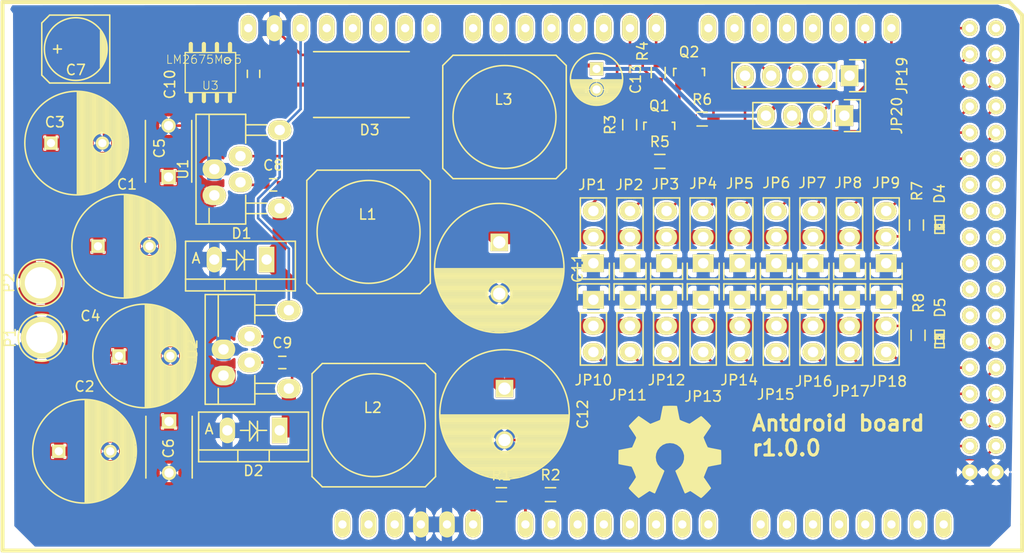
<source format=kicad_pcb>
(kicad_pcb (version 4) (host pcbnew "(2015-07-04 BZR 5884)-product")
  (layers (0 F.Cu mixed) (31 B.Cu power) (34 B.Paste user) (35 F.Paste user) (36 B.SilkS user) (37 F.SilkS user) (38 B.Mask user) (39 F.Mask user) (44 Edge.Cuts user))
  (net 0 "")
  (net 1 VCC)
  (net 2 GND)
  (net 3 "Net-(C8-Pad1)")
  (net 4 "Net-(C8-Pad2)")
  (net 5 "Net-(C9-Pad1)")
  (net 6 "Net-(C9-Pad2)")
  (net 7 "Net-(C10-Pad1)")
  (net 8 "Net-(C10-Pad2)")
  (net 9 +5VA)
  (net 10 +5VD)
  (net 11 +5V)
  (net 12 "Net-(D4-Pad2)")
  (net 13 "Net-(D5-Pad2)")
  (net 14 /LFC)
  (net 15 /LFF)
  (net 16 /LFT)
  (net 17 /LMC)
  (net 18 /LMF)
  (net 19 /LMT)
  (net 20 /LRC)
  (net 21 /LRF)
  (net 22 /LRT)
  (net 23 /RFC)
  (net 24 /RFF)
  (net 25 /RFT)
  (net 26 /RMC)
  (net 27 /RMF)
  (net 28 /RMT)
  (net 29 /RRC)
  (net 30 /RRF)
  (net 31 /RRT)
  (net 32 /RPI_RX)
  (net 33 /RPI_TX)
  (net 34 +3V3)
  (net 35 /TX0)
  (net 36 /RX0)
  (net 37 "Net-(R1-Pad2)")
  (net 38 +5VP)
  (net 39 "Net-(SHIELD1-Pad14)")
  (net 40 "Net-(SHIELD1-Pad15)")
  (net 41 "Net-(SHIELD1-Pad16)")
  (net 42 "Net-(SHIELD1-Pad17)")
  (net 43 "Net-(SHIELD1-Pad18)")
  (net 44 "Net-(SHIELD1-Pad19)")
  (net 45 "Net-(SHIELD1-PadAD15)")
  (net 46 "Net-(SHIELD1-PadAD14)")
  (net 47 "Net-(SHIELD1-PadAD13)")
  (net 48 "Net-(SHIELD1-PadAD12)")
  (net 49 "Net-(SHIELD1-PadAD7)")
  (net 50 "Net-(SHIELD1-PadAD6)")
  (net 51 "Net-(SHIELD1-PadAD9)")
  (net 52 "Net-(SHIELD1-PadAD10)")
  (net 53 "Net-(SHIELD1-PadAD11)")
  (net 54 "Net-(SHIELD1-PadAD5)")
  (net 55 "Net-(SHIELD1-PadAD4)")
  (net 56 "Net-(SHIELD1-PadAD3)")
  (net 57 "Net-(SHIELD1-PadAD1)")
  (net 58 "Net-(SHIELD1-PadAD2)")
  (net 59 "Net-(SHIELD1-Pad3V3)")
  (net 60 "Net-(SHIELD1-PadRST)")
  (net 61 "Net-(SHIELD1-Pad2)")
  (net 62 "Net-(SHIELD1-Pad3)")
  (net 63 "Net-(SHIELD1-Pad4)")
  (net 64 "Net-(SHIELD1-Pad5)")
  (net 65 "Net-(SHIELD1-Pad6)")
  (net 66 "Net-(SHIELD1-Pad7)")
  (net 67 "Net-(SHIELD1-Pad8)")
  (net 68 "Net-(SHIELD1-Pad9)")
  (net 69 "Net-(SHIELD1-Pad10)")
  (net 70 "Net-(SHIELD1-Pad11)")
  (net 71 "Net-(SHIELD1-Pad12)")
  (net 72 "Net-(SHIELD1-PadAREF)")
  (net 73 "Net-(SHIELD1-Pad5V_5)")
  (net 74 "Net-(SHIELD1-Pad31)")
  (net 75 "Net-(SHIELD1-Pad32)")
  (net 76 /SERVO_ON)
  (net 77 "Net-(SHIELD1-Pad34)")
  (net 78 "Net-(U3-Pad5)")
  (net 79 "Net-(SHIELD1-PadAD8)")
  (net 80 "Net-(SHIELD1-Pad5V)")
  (net 81 "Net-(JP20-Pad2)")
  (net 82 "Net-(JP20-Pad3)")
  (net 83 "Net-(SHIELD1-Pad35)")
  (net 84 "Net-(SHIELD1-Pad36)")
  (net 85 "Net-(SHIELD1-Pad37)")
  (net 86 "Net-(SHIELD1-Pad38)")
  (net 87 "Net-(SHIELD1-Pad39)")
  (net 88 "Net-(SHIELD1-Pad40)")
  (net 89 "Net-(SHIELD1-Pad41)")
  (net 90 "Net-(SHIELD1-Pad42)")
  (net 91 "Net-(SHIELD1-Pad43)")
  (net 92 "Net-(SHIELD1-Pad44)")
  (net 93 "Net-(SHIELD1-Pad33)")
  (module Power_Integrations:TO-220-7C (layer F.Cu) (at 121.285 89.408 90)
    (fp_text reference U1 (at 0 -4.318 90) (layer F.SilkS))
    (fp_text value LM2678T-5.0)
    (pad 4 thru_hole oval (at 0 -1.27 90) (size 1.905 2.286) (drill 1.016) (layers *.Cu *.Mask F.SilkS) (net 2 GND))
    (pad 2 thru_hole oval (at -2.54 -1.27 90) (size 1.905 2.286) (drill 1.016) (layers *.Cu *.Mask F.SilkS) (net 1 VCC))
    (pad 3 thru_hole oval (at -1.27 1.27 90) (size 1.905 2.286) (drill 1.016) (layers *.Cu *.Mask F.SilkS) (net 3 "Net-(C8-Pad1)"))
    (pad 6 thru_hole oval (at 1.27 1.27 90) (size 1.905 2.286) (drill 1.016) (layers *.Cu *.Mask F.SilkS) (net 9 +5VA))
    (pad 7 thru_hole oval (at 3.81 5.08 90) (size 1.905 2.286) (drill 1.016) (layers *.Cu *.Mask F.SilkS) (net 76 /SERVO_ON))
    (pad 1 thru_hole oval (at -3.81 5.08 90) (size 1.905 2.286) (drill 1.016) (layers *.Cu *.Mask F.SilkS) (net 4 "Net-(C8-Pad2)"))
  )
  (module Capacitors_ThroughHole:C_Radial_D10_L13_P5 (layer F.Cu) (at 108.712 96.901)
    (fp_text reference C1 (at 2.8194 -6.0198) (layer F.SilkS))
    (fp_text value 2x470µF/25V)
    (pad 1 thru_hole rect (at 0 0) (size 1.3 1.3) (drill 0.8) (layers *.Cu *.Mask F.SilkS) (net 1 VCC))
    (pad 2 thru_hole circle (at 5 0) (size 1.3 1.3) (drill 0.8) (layers *.Cu *.Mask F.SilkS) (net 2 GND))
  )
  (module Capacitors_ThroughHole:C_Radial_D10_L13_P5 (layer F.Cu) (at 104.902 116.84)
    (fp_text reference C2 (at 2.5 -6.3) (layer F.SilkS))
    (fp_text value 2x470µF/25V)
    (pad 1 thru_hole rect (at 0 0) (size 1.3 1.3) (drill 0.8) (layers *.Cu *.Mask F.SilkS) (net 1 VCC))
    (pad 2 thru_hole circle (at 5 0) (size 1.3 1.3) (drill 0.8) (layers *.Cu *.Mask F.SilkS) (net 2 GND))
  )
  (module Capacitors_ThroughHole:C_Radial_D10_L13_P5 (layer F.Cu) (at 104.14 86.868)
    (fp_text reference C3 (at 0.381 -2.032) (layer F.SilkS))
    (fp_text value 470µF/25V)
    (pad 1 thru_hole rect (at 0 0) (size 1.3 1.3) (drill 0.8) (layers *.Cu *.Mask F.SilkS) (net 1 VCC))
    (pad 2 thru_hole circle (at 5 0) (size 1.3 1.3) (drill 0.8) (layers *.Cu *.Mask F.SilkS) (net 2 GND))
  )
  (module Capacitors_ThroughHole:C_Radial_D10_L13_P5 (layer F.Cu) (at 110.744 107.569)
    (fp_text reference C4 (at -2.7686 -3.8862) (layer F.SilkS))
    (fp_text value 470µF/25V)
    (pad 1 thru_hole rect (at 0 0) (size 1.3 1.3) (drill 0.8) (layers *.Cu *.Mask F.SilkS) (net 1 VCC))
    (pad 2 thru_hole circle (at 5 0) (size 1.3 1.3) (drill 0.8) (layers *.Cu *.Mask F.SilkS) (net 2 GND))
  )
  (module Capacitors_ThroughHole:C_Disc_D6_P5 (layer F.Cu) (at 115.57 90.17 90)
    (fp_text reference C5 (at 2.794 -0.889 90) (layer F.SilkS))
    (fp_text value 0.47µF)
    (pad 1 thru_hole rect (at 0 0 90) (size 1.4 1.4) (drill 0.9) (layers *.Cu *.Mask F.SilkS) (net 1 VCC))
    (pad 2 thru_hole circle (at 5 0 90) (size 1.4 1.4) (drill 0.9) (layers *.Cu *.Mask F.SilkS) (net 2 GND))
  )
  (module Capacitors_ThroughHole:C_Disc_D6_P5 (layer F.Cu) (at 115.61572 113.93932 270)
    (fp_text reference C6 (at 2.6162 0.0508 270) (layer F.SilkS))
    (fp_text value 0.47µF)
    (pad 1 thru_hole rect (at 0 0 270) (size 1.4 1.4) (drill 0.9) (layers *.Cu *.Mask F.SilkS) (net 1 VCC))
    (pad 2 thru_hole circle (at 5 0 270) (size 1.4 1.4) (drill 0.9) (layers *.Cu *.Mask F.SilkS) (net 2 GND))
  )
  (module Capacitors_SMD:c_elec_6.3x7.7 (layer F.Cu) (at 106.553 77.724 180)
    (fp_text reference C7 (at 0 -2.032 180) (layer F.SilkS))
    (fp_text value 100µF/25V)
    (pad 1 smd rect (at 2.75082 0 180) (size 3.59918 1.6002) (layers F.Cu F.Paste F.Mask) (net 1 VCC))
    (pad 2 smd rect (at -2.75082 0 180) (size 3.59918 1.6002) (layers F.Cu F.Paste F.Mask) (net 2 GND))
  )
  (module Capacitors_SMD:C_0603_HandSoldering (layer F.Cu) (at 125.73 90.932)
    (fp_text reference C8 (at 0 -1.9) (layer F.SilkS))
    (fp_text value 0,01µF)
    (pad 1 smd rect (at -0.95 0) (size 1.2 0.75) (layers F.Cu F.Paste F.Mask) (net 3 "Net-(C8-Pad1)"))
    (pad 2 smd rect (at 0.95 0) (size 1.2 0.75) (layers F.Cu F.Paste F.Mask) (net 4 "Net-(C8-Pad2)"))
  )
  (module Capacitors_SMD:C_0603_HandSoldering (layer F.Cu) (at 126.619 108.204)
    (fp_text reference C9 (at 0 -1.9) (layer F.SilkS))
    (fp_text value 0,01µF)
    (pad 1 smd rect (at -0.95 0) (size 1.2 0.75) (layers F.Cu F.Paste F.Mask) (net 5 "Net-(C9-Pad1)"))
    (pad 2 smd rect (at 0.95 0) (size 1.2 0.75) (layers F.Cu F.Paste F.Mask) (net 6 "Net-(C9-Pad2)"))
  )
  (module Capacitors_SMD:C_0603_HandSoldering (layer F.Cu) (at 123.825 80.137 90)
    (fp_text reference C10 (at -1.016 -8.128 90) (layer F.SilkS))
    (fp_text value 10nF)
    (pad 1 smd rect (at -0.95 0 90) (size 1.2 0.75) (layers F.Cu F.Paste F.Mask) (net 7 "Net-(C10-Pad1)"))
    (pad 2 smd rect (at 0.95 0 90) (size 1.2 0.75) (layers F.Cu F.Paste F.Mask) (net 8 "Net-(C10-Pad2)"))
  )
  (module Capacitors_ThroughHole:C_Radial_D12.5_L25_P5 (layer F.Cu) (at 147.701 96.52 270)
    (fp_text reference C11 (at 2.5 -7.6 270) (layer F.SilkS))
    (fp_text value 1000µF/50V)
    (pad 2 thru_hole circle (at 5 0 270) (size 1.7 1.7) (drill 1.2) (layers *.Cu *.Mask F.SilkS) (net 2 GND))
    (pad 1 thru_hole rect (at 0 0 270) (size 1.7 1.7) (drill 1.2) (layers *.Cu *.Mask F.SilkS) (net 9 +5VA))
  )
  (module Capacitors_ThroughHole:C_Radial_D12.5_L25_P5 (layer F.Cu) (at 148.209 110.744 270)
    (fp_text reference C12 (at 2.5 -7.6 270) (layer F.SilkS))
    (fp_text value 1000µF/50V)
    (pad 2 thru_hole circle (at 5 0 270) (size 1.7 1.7) (drill 1.2) (layers *.Cu *.Mask F.SilkS) (net 2 GND))
    (pad 1 thru_hole rect (at 0 0 270) (size 1.7 1.7) (drill 1.2) (layers *.Cu *.Mask F.SilkS) (net 10 +5VD))
  )
  (module Capacitors_ThroughHole:C_Radial_D5_L11_P2 (layer F.Cu) (at 157.1498 79.6544 270)
    (fp_text reference C13 (at 1 -3.8 270) (layer F.SilkS))
    (fp_text value 100µF/16V)
    (pad 1 thru_hole rect (at 0 0 270) (size 1.3 1.3) (drill 0.8) (layers *.Cu *.Mask F.SilkS) (net 11 +5V))
    (pad 2 thru_hole circle (at 2 0 270) (size 1.3 1.3) (drill 0.8) (layers *.Cu *.Mask F.SilkS) (net 2 GND))
  )
  (module Diodes_ThroughHole:Diode_TO-220_Vertical (layer F.Cu) (at 125.095 98.1964 180)
    (fp_text reference D1 (at 2.4384 2.54 180) (layer F.SilkS))
    (fp_text value MBR745G)
    (fp_text user A (at 6.858 0.127 180) (layer F.SilkS))
    (pad 1 thru_hole rect (at 0 0 270) (size 2.49936 1.50114) (drill 1.00076) (layers *.Cu *.Mask F.SilkS) (net 4 "Net-(C8-Pad2)"))
    (pad 2 thru_hole oval (at 5.08 0 270) (size 2.49936 1.50114) (drill 1.00076) (layers *.Cu *.Mask F.SilkS) (net 2 GND))
  )
  (module Diodes_ThroughHole:Diode_TO-220_Vertical (layer F.Cu) (at 126.365 114.808 180)
    (fp_text reference D2 (at 2.54762 -3.92938 180) (layer F.SilkS))
    (fp_text value MBR745G)
    (fp_text user A (at 6.858 0.127 180) (layer F.SilkS))
    (pad 1 thru_hole rect (at 0 0 270) (size 2.49936 1.50114) (drill 1.00076) (layers *.Cu *.Mask F.SilkS) (net 6 "Net-(C9-Pad2)"))
    (pad 2 thru_hole oval (at 5.08 0 270) (size 2.49936 1.50114) (drill 1.00076) (layers *.Cu *.Mask F.SilkS) (net 2 GND))
  )
  (module Diodes_SMD:Diode-DO-214AB_Handsoldering (layer F.Cu) (at 135.4582 81.1784)
    (fp_text reference D3 (at -0.3556 4.4196) (layer F.SilkS))
    (fp_text value MBRS340)
    (pad 2 smd rect (at 4.1 0) (size 3.6 3.2) (layers F.Cu F.Paste F.Mask) (net 2 GND))
    (pad 1 smd rect (at -4.1 0) (size 3.6 3.2) (layers F.Cu F.Paste F.Mask) (net 7 "Net-(C10-Pad1)"))
  )
  (module LEDs:LED-0603 (layer F.Cu) (at 190.4746 94.7928 90)
    (fp_text reference D4 (at 2.9972 0 90) (layer F.SilkS))
    (fp_text value LED)
    (pad 2 smd rect (at 0.7493 0 270) (size 0.79756 0.79756) (layers F.Cu F.Paste F.Mask) (net 12 "Net-(D4-Pad2)"))
    (pad 1 smd rect (at -0.7493 0 270) (size 0.79756 0.79756) (layers F.Cu F.Paste F.Mask) (net 2 GND))
  )
  (module LEDs:LED-0603 (layer F.Cu) (at 190.4746 105.918 270)
    (fp_text reference D5 (at -3.048 -0.0508 270) (layer F.SilkS))
    (fp_text value LED)
    (pad 2 smd rect (at 0.7493 0 90) (size 0.79756 0.79756) (layers F.Cu F.Paste F.Mask) (net 13 "Net-(D5-Pad2)"))
    (pad 1 smd rect (at -0.7493 0 90) (size 0.79756 0.79756) (layers F.Cu F.Paste F.Mask) (net 2 GND))
  )
  (module Pin_Headers:Pin_Header_Straight_1x03 (layer F.Cu) (at 156.845 98.552 180)
    (fp_text reference JP1 (at 0.127 7.62 180) (layer F.SilkS))
    (fp_text value PINHD-1X3_2.54)
    (pad 1 thru_hole rect (at 0 0 180) (size 2.032 1.7272) (drill 1.016) (layers *.Cu *.Mask F.SilkS) (net 2 GND))
    (pad 2 thru_hole oval (at 0 2.54 180) (size 2.032 1.7272) (drill 1.016) (layers *.Cu *.Mask F.SilkS) (net 9 +5VA))
    (pad 3 thru_hole oval (at 0 5.08 180) (size 2.032 1.7272) (drill 1.016) (layers *.Cu *.Mask F.SilkS) (net 14 /LFC))
  )
  (module Pin_Headers:Pin_Header_Straight_1x03 (layer F.Cu) (at 160.401 98.552 180)
    (fp_text reference JP2 (at 0.0635 7.62 180) (layer F.SilkS))
    (fp_text value PINHD-1X3_2.54)
    (pad 1 thru_hole rect (at 0 0 180) (size 2.032 1.7272) (drill 1.016) (layers *.Cu *.Mask F.SilkS) (net 2 GND))
    (pad 2 thru_hole oval (at 0 2.54 180) (size 2.032 1.7272) (drill 1.016) (layers *.Cu *.Mask F.SilkS) (net 9 +5VA))
    (pad 3 thru_hole oval (at 0 5.08 180) (size 2.032 1.7272) (drill 1.016) (layers *.Cu *.Mask F.SilkS) (net 15 /LFF))
  )
  (module Pin_Headers:Pin_Header_Straight_1x03 (layer F.Cu) (at 163.957 98.552 180)
    (fp_text reference JP3 (at 0.127 7.6835 180) (layer F.SilkS))
    (fp_text value PINHD-1X3_2.54)
    (pad 1 thru_hole rect (at 0 0 180) (size 2.032 1.7272) (drill 1.016) (layers *.Cu *.Mask F.SilkS) (net 2 GND))
    (pad 2 thru_hole oval (at 0 2.54 180) (size 2.032 1.7272) (drill 1.016) (layers *.Cu *.Mask F.SilkS) (net 9 +5VA))
    (pad 3 thru_hole oval (at 0 5.08 180) (size 2.032 1.7272) (drill 1.016) (layers *.Cu *.Mask F.SilkS) (net 16 /LFT))
  )
  (module Pin_Headers:Pin_Header_Straight_1x03 (layer F.Cu) (at 167.513 98.552 180)
    (fp_text reference JP4 (at 0 7.747 180) (layer F.SilkS))
    (fp_text value PINHD-1X3_2.54)
    (pad 1 thru_hole rect (at 0 0 180) (size 2.032 1.7272) (drill 1.016) (layers *.Cu *.Mask F.SilkS) (net 2 GND))
    (pad 2 thru_hole oval (at 0 2.54 180) (size 2.032 1.7272) (drill 1.016) (layers *.Cu *.Mask F.SilkS) (net 9 +5VA))
    (pad 3 thru_hole oval (at 0 5.08 180) (size 2.032 1.7272) (drill 1.016) (layers *.Cu *.Mask F.SilkS) (net 17 /LMC))
  )
  (module Pin_Headers:Pin_Header_Straight_1x03 (layer F.Cu) (at 171.069 98.552 180)
    (fp_text reference JP5 (at 0 7.747 180) (layer F.SilkS))
    (fp_text value PINHD-1X3_2.54)
    (pad 1 thru_hole rect (at 0 0 180) (size 2.032 1.7272) (drill 1.016) (layers *.Cu *.Mask F.SilkS) (net 2 GND))
    (pad 2 thru_hole oval (at 0 2.54 180) (size 2.032 1.7272) (drill 1.016) (layers *.Cu *.Mask F.SilkS) (net 9 +5VA))
    (pad 3 thru_hole oval (at 0 5.08 180) (size 2.032 1.7272) (drill 1.016) (layers *.Cu *.Mask F.SilkS) (net 18 /LMF))
  )
  (module Pin_Headers:Pin_Header_Straight_1x03 (layer F.Cu) (at 174.625 98.552 180)
    (fp_text reference JP6 (at 0 7.8105 180) (layer F.SilkS))
    (fp_text value PINHD-1X3_2.54)
    (pad 1 thru_hole rect (at 0 0 180) (size 2.032 1.7272) (drill 1.016) (layers *.Cu *.Mask F.SilkS) (net 2 GND))
    (pad 2 thru_hole oval (at 0 2.54 180) (size 2.032 1.7272) (drill 1.016) (layers *.Cu *.Mask F.SilkS) (net 9 +5VA))
    (pad 3 thru_hole oval (at 0 5.08 180) (size 2.032 1.7272) (drill 1.016) (layers *.Cu *.Mask F.SilkS) (net 19 /LMT))
  )
  (module Pin_Headers:Pin_Header_Straight_1x03 (layer F.Cu) (at 178.181 98.552 180)
    (fp_text reference JP7 (at 0.0635 7.8105 180) (layer F.SilkS))
    (fp_text value PINHD-1X3_2.54)
    (pad 1 thru_hole rect (at 0 0 180) (size 2.032 1.7272) (drill 1.016) (layers *.Cu *.Mask F.SilkS) (net 2 GND))
    (pad 2 thru_hole oval (at 0 2.54 180) (size 2.032 1.7272) (drill 1.016) (layers *.Cu *.Mask F.SilkS) (net 9 +5VA))
    (pad 3 thru_hole oval (at 0 5.08 180) (size 2.032 1.7272) (drill 1.016) (layers *.Cu *.Mask F.SilkS) (net 20 /LRC))
  )
  (module Pin_Headers:Pin_Header_Straight_1x03 (layer F.Cu) (at 181.737 98.552 180)
    (fp_text reference JP8 (at 0.127 7.8105 180) (layer F.SilkS))
    (fp_text value PINHD-1X3_2.54)
    (pad 1 thru_hole rect (at 0 0 180) (size 2.032 1.7272) (drill 1.016) (layers *.Cu *.Mask F.SilkS) (net 2 GND))
    (pad 2 thru_hole oval (at 0 2.54 180) (size 2.032 1.7272) (drill 1.016) (layers *.Cu *.Mask F.SilkS) (net 9 +5VA))
    (pad 3 thru_hole oval (at 0 5.08 180) (size 2.032 1.7272) (drill 1.016) (layers *.Cu *.Mask F.SilkS) (net 21 /LRF))
  )
  (module Pin_Headers:Pin_Header_Straight_1x03 (layer F.Cu) (at 185.293 98.552 180)
    (fp_text reference JP9 (at 0 7.8105 180) (layer F.SilkS))
    (fp_text value PINHD-1X3_2.54)
    (pad 1 thru_hole rect (at 0 0 180) (size 2.032 1.7272) (drill 1.016) (layers *.Cu *.Mask F.SilkS) (net 2 GND))
    (pad 2 thru_hole oval (at 0 2.54 180) (size 2.032 1.7272) (drill 1.016) (layers *.Cu *.Mask F.SilkS) (net 9 +5VA))
    (pad 3 thru_hole oval (at 0 5.08 180) (size 2.032 1.7272) (drill 1.016) (layers *.Cu *.Mask F.SilkS) (net 22 /LRT))
  )
  (module Pin_Headers:Pin_Header_Straight_1x03 (layer F.Cu) (at 167.513 102.108)
    (fp_text reference JP13 (at 0 9.398) (layer F.SilkS))
    (fp_text value PINHD-1X3_2.54)
    (pad 1 thru_hole rect (at 0 0) (size 2.032 1.7272) (drill 1.016) (layers *.Cu *.Mask F.SilkS) (net 2 GND))
    (pad 2 thru_hole oval (at 0 2.54) (size 2.032 1.7272) (drill 1.016) (layers *.Cu *.Mask F.SilkS) (net 10 +5VD))
    (pad 3 thru_hole oval (at 0 5.08) (size 2.032 1.7272) (drill 1.016) (layers *.Cu *.Mask F.SilkS) (net 26 /RMC))
  )
  (module Pin_Headers:Pin_Header_Straight_1x03 (layer F.Cu) (at 171.069 102.108)
    (fp_text reference JP14 (at -0.0635 7.8105) (layer F.SilkS))
    (fp_text value PINHD-1X3_2.54)
    (pad 1 thru_hole rect (at 0 0) (size 2.032 1.7272) (drill 1.016) (layers *.Cu *.Mask F.SilkS) (net 2 GND))
    (pad 2 thru_hole oval (at 0 2.54) (size 2.032 1.7272) (drill 1.016) (layers *.Cu *.Mask F.SilkS) (net 10 +5VD))
    (pad 3 thru_hole oval (at 0 5.08) (size 2.032 1.7272) (drill 1.016) (layers *.Cu *.Mask F.SilkS) (net 27 /RMF))
  )
  (module Pin_Headers:Pin_Header_Straight_1x03 (layer F.Cu) (at 174.625 102.108)
    (fp_text reference JP15 (at -0.0635 9.2075) (layer F.SilkS))
    (fp_text value PINHD-1X3_2.54)
    (pad 1 thru_hole rect (at 0 0) (size 2.032 1.7272) (drill 1.016) (layers *.Cu *.Mask F.SilkS) (net 2 GND))
    (pad 2 thru_hole oval (at 0 2.54) (size 2.032 1.7272) (drill 1.016) (layers *.Cu *.Mask F.SilkS) (net 10 +5VD))
    (pad 3 thru_hole oval (at 0 5.08) (size 2.032 1.7272) (drill 1.016) (layers *.Cu *.Mask F.SilkS) (net 28 /RMT))
  )
  (module Pin_Headers:Pin_Header_Straight_1x03 (layer F.Cu) (at 156.845 102.108)
    (fp_text reference JP10 (at 0 7.8105) (layer F.SilkS))
    (fp_text value PINHD-1X3_2.54)
    (pad 1 thru_hole rect (at 0 0) (size 2.032 1.7272) (drill 1.016) (layers *.Cu *.Mask F.SilkS) (net 2 GND))
    (pad 2 thru_hole oval (at 0 2.54) (size 2.032 1.7272) (drill 1.016) (layers *.Cu *.Mask F.SilkS) (net 10 +5VD))
    (pad 3 thru_hole oval (at 0 5.08) (size 2.032 1.7272) (drill 1.016) (layers *.Cu *.Mask F.SilkS) (net 23 /RFC))
  )
  (module Pin_Headers:Pin_Header_Straight_1x03 (layer F.Cu) (at 160.401 102.108)
    (fp_text reference JP11 (at -0.1905 9.271) (layer F.SilkS))
    (fp_text value PINHD-1X3_2.54)
    (pad 1 thru_hole rect (at 0 0) (size 2.032 1.7272) (drill 1.016) (layers *.Cu *.Mask F.SilkS) (net 2 GND))
    (pad 2 thru_hole oval (at 0 2.54) (size 2.032 1.7272) (drill 1.016) (layers *.Cu *.Mask F.SilkS) (net 10 +5VD))
    (pad 3 thru_hole oval (at 0 5.08) (size 2.032 1.7272) (drill 1.016) (layers *.Cu *.Mask F.SilkS) (net 24 /RFF))
  )
  (module Pin_Headers:Pin_Header_Straight_1x03 (layer F.Cu) (at 163.957 102.108)
    (fp_text reference JP12 (at 0 7.8105) (layer F.SilkS))
    (fp_text value PINHD-1X3_2.54)
    (pad 1 thru_hole rect (at 0 0) (size 2.032 1.7272) (drill 1.016) (layers *.Cu *.Mask F.SilkS) (net 2 GND))
    (pad 2 thru_hole oval (at 0 2.54) (size 2.032 1.7272) (drill 1.016) (layers *.Cu *.Mask F.SilkS) (net 10 +5VD))
    (pad 3 thru_hole oval (at 0 5.08) (size 2.032 1.7272) (drill 1.016) (layers *.Cu *.Mask F.SilkS) (net 25 /RFT))
  )
  (module Pin_Headers:Pin_Header_Straight_1x03 (layer F.Cu) (at 178.181 102.108)
    (fp_text reference JP16 (at 0.0635 7.9375) (layer F.SilkS))
    (fp_text value PINHD-1X3_2.54)
    (pad 1 thru_hole rect (at 0 0) (size 2.032 1.7272) (drill 1.016) (layers *.Cu *.Mask F.SilkS) (net 2 GND))
    (pad 2 thru_hole oval (at 0 2.54) (size 2.032 1.7272) (drill 1.016) (layers *.Cu *.Mask F.SilkS) (net 10 +5VD))
    (pad 3 thru_hole oval (at 0 5.08) (size 2.032 1.7272) (drill 1.016) (layers *.Cu *.Mask F.SilkS) (net 29 /RRC))
  )
  (module Pin_Headers:Pin_Header_Straight_1x03 (layer F.Cu) (at 181.737 102.108)
    (fp_text reference JP17 (at 0.127 8.89) (layer F.SilkS))
    (fp_text value PINHD-1X3_2.54)
    (pad 1 thru_hole rect (at 0 0) (size 2.032 1.7272) (drill 1.016) (layers *.Cu *.Mask F.SilkS) (net 2 GND))
    (pad 2 thru_hole oval (at 0 2.54) (size 2.032 1.7272) (drill 1.016) (layers *.Cu *.Mask F.SilkS) (net 10 +5VD))
    (pad 3 thru_hole oval (at 0 5.08) (size 2.032 1.7272) (drill 1.016) (layers *.Cu *.Mask F.SilkS) (net 30 /RRF))
  )
  (module Pin_Headers:Pin_Header_Straight_1x03 (layer F.Cu) (at 185.293 102.108)
    (fp_text reference JP18 (at 0.1905 7.9375) (layer F.SilkS))
    (fp_text value PINHD-1X3_2.54)
    (pad 1 thru_hole rect (at 0 0) (size 2.032 1.7272) (drill 1.016) (layers *.Cu *.Mask F.SilkS) (net 2 GND))
    (pad 2 thru_hole oval (at 0 2.54) (size 2.032 1.7272) (drill 1.016) (layers *.Cu *.Mask F.SilkS) (net 10 +5VD))
    (pad 3 thru_hole oval (at 0 5.08) (size 2.032 1.7272) (drill 1.016) (layers *.Cu *.Mask F.SilkS) (net 31 /RRT))
  )
  (module Pin_Headers:Pin_Header_Straight_1x05 (layer F.Cu) (at 181.737 80.3148 270)
    (fp_text reference JP19 (at 0 -5.1 270) (layer F.SilkS))
    (fp_text value PINHD-1X5)
    (pad 1 thru_hole rect (at 0 0 270) (size 2.032 1.7272) (drill 1.016) (layers *.Cu *.Mask F.SilkS) (net 2 GND))
    (pad 2 thru_hole oval (at 0 2.54 270) (size 2.032 1.7272) (drill 1.016) (layers *.Cu *.Mask F.SilkS) (net 11 +5V))
    (pad 3 thru_hole oval (at 0 5.08 270) (size 2.032 1.7272) (drill 1.016) (layers *.Cu *.Mask F.SilkS) (net 34 +3V3))
    (pad 4 thru_hole oval (at 0 7.62 270) (size 2.032 1.7272) (drill 1.016) (layers *.Cu *.Mask F.SilkS) (net 33 /RPI_TX))
    (pad 5 thru_hole oval (at 0 10.16 270) (size 2.032 1.7272) (drill 1.016) (layers *.Cu *.Mask F.SilkS) (net 32 /RPI_RX))
  )
  (module Inductors:SELF-WE-PD-XXL (layer F.Cu) (at 135.001 95.504 270)
    (fp_text reference L1 (at -1.69926 0.09906 360) (layer F.SilkS))
    (fp_text value 15µH/5.8A)
    (fp_text user "" (at 0 0 270) (layer F.SilkS))
    (fp_text user "" (at 0 0 270) (layer F.SilkS))
    (pad 1 smd rect (at -5.00126 0 270) (size 2.90068 5.40004) (layers F.Cu F.Paste F.Mask) (net 9 +5VA))
    (pad 2 smd rect (at 5.00126 0 270) (size 2.90068 5.40004) (layers F.Cu F.Paste F.Mask) (net 4 "Net-(C8-Pad2)"))
  )
  (module Inductors:SELF-WE-PD-XXL (layer F.Cu) (at 135.509 114.3 270)
    (fp_text reference L2 (at -1.69926 0.09906 360) (layer F.SilkS))
    (fp_text value 15µH/5.8A)
    (fp_text user "" (at 0 0 270) (layer F.SilkS))
    (fp_text user "" (at 0 0 270) (layer F.SilkS))
    (pad 1 smd rect (at -5.00126 0 270) (size 2.90068 5.40004) (layers F.Cu F.Paste F.Mask) (net 10 +5VD))
    (pad 2 smd rect (at 5.00126 0 270) (size 2.90068 5.40004) (layers F.Cu F.Paste F.Mask) (net 6 "Net-(C9-Pad2)"))
  )
  (module Inductors:SELF-WE-PD-XXL (layer F.Cu) (at 148.209 84.328 270)
    (fp_text reference L3 (at -1.69926 0.09906 360) (layer F.SilkS))
    (fp_text value 47µH/2A)
    (fp_text user "" (at 0 0 270) (layer F.SilkS))
    (fp_text user "" (at 0 0 270) (layer F.SilkS))
    (pad 1 smd rect (at -5.00126 0 270) (size 2.90068 5.40004) (layers F.Cu F.Paste F.Mask) (net 11 +5V))
    (pad 2 smd rect (at 5.00126 0 270) (size 2.90068 5.40004) (layers F.Cu F.Paste F.Mask) (net 7 "Net-(C10-Pad1)"))
  )
  (module Housings_SOT-23_SOT-143_TSOT-6:SOT-23 (layer F.Cu) (at 163.2458 85.4964)
    (fp_text reference Q1 (at 0 -2.25) (layer F.SilkS))
    (fp_text value BSS138)
    (pad 1 smd rect (at -0.95 1.00076) (size 0.8001 0.8001) (layers F.Cu F.Paste F.Mask) (net 34 +3V3))
    (pad 2 smd rect (at 0.95 1.00076) (size 0.8001 0.8001) (layers F.Cu F.Paste F.Mask) (net 32 /RPI_RX))
    (pad 3 smd rect (at 0 -0.99822) (size 0.8001 0.8001) (layers F.Cu F.Paste F.Mask) (net 35 /TX0))
  )
  (module Housings_SOT-23_SOT-143_TSOT-6:SOT-23 (layer F.Cu) (at 166.1414 80.264)
    (fp_text reference Q2 (at 0 -2.25) (layer F.SilkS))
    (fp_text value BSS138)
    (pad 1 smd rect (at -0.95 1.00076) (size 0.8001 0.8001) (layers F.Cu F.Paste F.Mask) (net 34 +3V3))
    (pad 2 smd rect (at 0.95 1.00076) (size 0.8001 0.8001) (layers F.Cu F.Paste F.Mask) (net 33 /RPI_TX))
    (pad 3 smd rect (at 0 -0.99822) (size 0.8001 0.8001) (layers F.Cu F.Paste F.Mask) (net 36 /RX0))
  )
  (module Resistors_SMD:R_0603_HandSoldering (layer F.Cu) (at 147.9042 121.0564)
    (fp_text reference R1 (at 0 -1.9) (layer F.SilkS))
    (fp_text value 30.1K)
    (pad 1 smd rect (at -1.1 0) (size 1.2 0.9) (layers F.Cu F.Paste F.Mask) (net 1 VCC))
    (pad 2 smd rect (at 1.1 0) (size 1.2 0.9) (layers F.Cu F.Paste F.Mask) (net 37 "Net-(R1-Pad2)"))
  )
  (module Resistors_SMD:R_0603_HandSoldering (layer F.Cu) (at 152.6794 121.0564)
    (fp_text reference R2 (at 0 -1.9) (layer F.SilkS))
    (fp_text value 10K)
    (pad 1 smd rect (at -1.1 0) (size 1.2 0.9) (layers F.Cu F.Paste F.Mask) (net 37 "Net-(R1-Pad2)"))
    (pad 2 smd rect (at 1.1 0) (size 1.2 0.9) (layers F.Cu F.Paste F.Mask) (net 2 GND))
  )
  (module Resistors_SMD:R_0603_HandSoldering (layer F.Cu) (at 160.37052 85.08492 90)
    (fp_text reference R3 (at 0 -1.9 90) (layer F.SilkS))
    (fp_text value 10K)
    (pad 1 smd rect (at -1.1 0 90) (size 1.2 0.9) (layers F.Cu F.Paste F.Mask) (net 38 +5VP))
    (pad 2 smd rect (at 1.1 0 90) (size 1.2 0.9) (layers F.Cu F.Paste F.Mask) (net 35 /TX0))
  )
  (module Resistors_SMD:R_0603_HandSoldering (layer F.Cu) (at 163.1442 80.01 90)
    (fp_text reference R4 (at 2.07772 -1.524 90) (layer F.SilkS))
    (fp_text value 10K)
    (pad 1 smd rect (at -1.1 0 90) (size 1.2 0.9) (layers F.Cu F.Paste F.Mask) (net 38 +5VP))
    (pad 2 smd rect (at 1.1 0 90) (size 1.2 0.9) (layers F.Cu F.Paste F.Mask) (net 36 /RX0))
  )
  (module Resistors_SMD:R_0603_HandSoldering (layer F.Cu) (at 163.2966 88.646)
    (fp_text reference R5 (at 0 -1.9) (layer F.SilkS))
    (fp_text value 10K)
    (pad 1 smd rect (at -1.1 0) (size 1.2 0.9) (layers F.Cu F.Paste F.Mask) (net 34 +3V3))
    (pad 2 smd rect (at 1.1 0) (size 1.2 0.9) (layers F.Cu F.Paste F.Mask) (net 32 /RPI_RX))
  )
  (module Resistors_SMD:R_0603_HandSoldering (layer F.Cu) (at 167.4114 84.5312)
    (fp_text reference R6 (at 0 -1.9) (layer F.SilkS))
    (fp_text value 10K)
    (pad 1 smd rect (at -1.1 0) (size 1.2 0.9) (layers F.Cu F.Paste F.Mask) (net 34 +3V3))
    (pad 2 smd rect (at 1.1 0) (size 1.2 0.9) (layers F.Cu F.Paste F.Mask) (net 33 /RPI_TX))
  )
  (module Resistors_SMD:R_0603_HandSoldering (layer F.Cu) (at 188.2394 94.8436 90)
    (fp_text reference R7 (at 3.302 0.0508 90) (layer F.SilkS))
    (fp_text value R)
    (pad 1 smd rect (at -1.1 0 90) (size 1.2 0.9) (layers F.Cu F.Paste F.Mask) (net 9 +5VA))
    (pad 2 smd rect (at 1.1 0 90) (size 1.2 0.9) (layers F.Cu F.Paste F.Mask) (net 12 "Net-(D4-Pad2)"))
  )
  (module Resistors_SMD:R_0603_HandSoldering (layer F.Cu) (at 188.3918 105.5624 270)
    (fp_text reference R8 (at -3.1496 -0.0508 270) (layer F.SilkS))
    (fp_text value R)
    (pad 1 smd rect (at -1.1 0 270) (size 1.2 0.9) (layers F.Cu F.Paste F.Mask) (net 10 +5VD))
    (pad 2 smd rect (at 1.1 0 270) (size 1.2 0.9) (layers F.Cu F.Paste F.Mask) (net 13 "Net-(D5-Pad2)"))
  )
  (module ab2_so:AB2_SO08 (layer F.Cu) (at 119.634 80.01 180)
    (fp_text reference U3 (at 0 -1.27 180) (layer F.SilkS) (effects (font (size 0.8128 0.8128) (thickness 0.0762))))
    (fp_text value LM2675M-5 (at 0.635 1.27 180) (layer F.SilkS) (effects (font (size 0.8128 0.8128) (thickness 0.0762))))
    (pad 1 smd rect (at -1.905 2.7 180) (size 0.6 1.5) (layers F.Cu F.Paste F.Mask) (net 8 "Net-(C10-Pad2)"))
    (pad 2 smd rect (at -0.635 2.7 180) (size 0.6 1.5) (layers F.Cu F.Paste F.Mask))
    (pad 3 smd rect (at 0.635 2.7 180) (size 0.6 1.5) (layers F.Cu F.Paste F.Mask))
    (pad 4 smd rect (at 1.905 2.7 180) (size 0.6 1.5) (layers F.Cu F.Paste F.Mask) (net 11 +5V))
    (pad 5 smd rect (at 1.905 -2.7 180) (size 0.6 1.5) (layers F.Cu F.Paste F.Mask) (net 78 "Net-(U3-Pad5)"))
    (pad 6 smd rect (at 0.635 -2.7 180) (size 0.6 1.5) (layers F.Cu F.Paste F.Mask) (net 2 GND))
    (pad 7 smd rect (at -0.635 -2.7 180) (size 0.6 1.5) (layers F.Cu F.Paste F.Mask) (net 1 VCC))
    (pad 8 smd rect (at -1.905 -2.7 180) (size 0.6 1.5) (layers F.Cu F.Paste F.Mask) (net 7 "Net-(C10-Pad1)"))
  )
  (module Power_Integrations:TO-220-7C (layer F.Cu) (at 122.174 106.934 90)
    (fp_text reference U2 (at 0 -4.318 90) (layer F.SilkS))
    (fp_text value LM2678T-5.0)
    (pad 4 thru_hole oval (at 0 -1.27 90) (size 1.905 2.286) (drill 1.016) (layers *.Cu *.Mask F.SilkS) (net 2 GND))
    (pad 2 thru_hole oval (at -2.54 -1.27 90) (size 1.905 2.286) (drill 1.016) (layers *.Cu *.Mask F.SilkS) (net 1 VCC))
    (pad 3 thru_hole oval (at -1.27 1.27 90) (size 1.905 2.286) (drill 1.016) (layers *.Cu *.Mask F.SilkS) (net 5 "Net-(C9-Pad1)"))
    (pad 6 thru_hole oval (at 1.27 1.27 90) (size 1.905 2.286) (drill 1.016) (layers *.Cu *.Mask F.SilkS) (net 10 +5VD))
    (pad 7 thru_hole oval (at 3.81 5.08 90) (size 1.905 2.286) (drill 1.016) (layers *.Cu *.Mask F.SilkS) (net 76 /SERVO_ON))
    (pad 1 thru_hole oval (at -3.81 5.08 90) (size 1.905 2.286) (drill 1.016) (layers *.Cu *.Mask F.SilkS) (net 6 "Net-(C9-Pad2)"))
  )
  (module Connect:1pin (layer F.Cu) (at 103.124 100.457 90)
    (fp_text reference P2 (at 0 -3.048 90) (layer F.SilkS))
    (fp_text value CONN_01X01)
    (pad 1 thru_hole circle (at 0 0 90) (size 4.064 4.064) (drill 3.048) (layers *.Cu *.Mask F.SilkS) (net 1 VCC))
  )
  (module Connect:1pin (layer F.Cu) (at 103.251 105.791 90)
    (fp_text reference P1 (at 0 -3.048 90) (layer F.SilkS))
    (fp_text value CONN_01X01)
    (pad 1 thru_hole circle (at 0 0 90) (size 4.064 4.064) (drill 3.048) (layers *.Cu *.Mask F.SilkS) (net 2 GND))
  )
  (module antdroid-board:ArduinoMegaShield (layer F.Cu) (at 99.441 126.492)
    (fp_text reference SHIELD1 hide)
    (fp_text value ARDUINO_MEGA_SHIELD hide)
    (pad 14 thru_hole oval (at 68.58 -50.8 90) (size 2.54 1.524) (drill 0.8128) (layers *.Cu *.Mask F.SilkS) (net 39 "Net-(SHIELD1-Pad14)"))
    (pad 15 thru_hole oval (at 71.12 -50.8 90) (size 2.54 1.524) (drill 0.8128) (layers *.Cu *.Mask F.SilkS) (net 40 "Net-(SHIELD1-Pad15)"))
    (pad 16 thru_hole oval (at 73.66 -50.8 90) (size 2.54 1.524) (drill 0.8128) (layers *.Cu *.Mask F.SilkS) (net 41 "Net-(SHIELD1-Pad16)"))
    (pad 17 thru_hole oval (at 76.2 -50.8 90) (size 2.54 1.524) (drill 0.8128) (layers *.Cu *.Mask F.SilkS) (net 42 "Net-(SHIELD1-Pad17)"))
    (pad 18 thru_hole oval (at 78.74 -50.8 90) (size 2.54 1.524) (drill 0.8128) (layers *.Cu *.Mask F.SilkS) (net 43 "Net-(SHIELD1-Pad18)"))
    (pad 19 thru_hole oval (at 81.28 -50.8 90) (size 2.54 1.524) (drill 0.8128) (layers *.Cu *.Mask F.SilkS) (net 44 "Net-(SHIELD1-Pad19)"))
    (pad 20 thru_hole oval (at 83.82 -50.8 90) (size 2.54 1.524) (drill 0.8128) (layers *.Cu *.Mask F.SilkS) (net 81 "Net-(JP20-Pad2)"))
    (pad 21 thru_hole oval (at 86.36 -50.8 90) (size 2.54 1.524) (drill 0.8128) (layers *.Cu *.Mask F.SilkS) (net 82 "Net-(JP20-Pad3)"))
    (pad AD15 thru_hole oval (at 91.44 -2.54 90) (size 2.54 1.524) (drill 0.8128) (layers *.Cu *.Mask F.SilkS) (net 45 "Net-(SHIELD1-PadAD15)"))
    (pad AD14 thru_hole oval (at 88.9 -2.54 90) (size 2.54 1.524) (drill 0.8128) (layers *.Cu *.Mask F.SilkS) (net 46 "Net-(SHIELD1-PadAD14)"))
    (pad AD13 thru_hole oval (at 86.36 -2.54 90) (size 2.54 1.524) (drill 0.8128) (layers *.Cu *.Mask F.SilkS) (net 47 "Net-(SHIELD1-PadAD13)"))
    (pad AD12 thru_hole oval (at 83.82 -2.54 90) (size 2.54 1.524) (drill 0.8128) (layers *.Cu *.Mask F.SilkS) (net 48 "Net-(SHIELD1-PadAD12)"))
    (pad AD8 thru_hole oval (at 73.66 -2.54 90) (size 2.54 1.524) (drill 0.8128) (layers *.Cu *.Mask F.SilkS) (net 79 "Net-(SHIELD1-PadAD8)"))
    (pad AD7 thru_hole oval (at 68.58 -2.54 90) (size 2.54 1.524) (drill 0.8128) (layers *.Cu *.Mask F.SilkS) (net 49 "Net-(SHIELD1-PadAD7)"))
    (pad AD6 thru_hole oval (at 66.04 -2.54 90) (size 2.54 1.524) (drill 0.8128) (layers *.Cu *.Mask F.SilkS) (net 50 "Net-(SHIELD1-PadAD6)"))
    (pad AD9 thru_hole oval (at 76.2 -2.54 90) (size 2.54 1.524) (drill 0.8128) (layers *.Cu *.Mask F.SilkS) (net 51 "Net-(SHIELD1-PadAD9)"))
    (pad AD10 thru_hole oval (at 78.74 -2.54 90) (size 2.54 1.524) (drill 0.8128) (layers *.Cu *.Mask F.SilkS) (net 52 "Net-(SHIELD1-PadAD10)"))
    (pad AD11 thru_hole oval (at 81.28 -2.54 90) (size 2.54 1.524) (drill 0.8128) (layers *.Cu *.Mask F.SilkS) (net 53 "Net-(SHIELD1-PadAD11)"))
    (pad AD5 thru_hole oval (at 63.5 -2.54 90) (size 2.54 1.524) (drill 0.8128) (layers *.Cu *.Mask F.SilkS) (net 54 "Net-(SHIELD1-PadAD5)"))
    (pad AD4 thru_hole oval (at 60.96 -2.54 90) (size 2.54 1.524) (drill 0.8128) (layers *.Cu *.Mask F.SilkS) (net 55 "Net-(SHIELD1-PadAD4)"))
    (pad AD3 thru_hole oval (at 58.42 -2.54 90) (size 2.54 1.524) (drill 0.8128) (layers *.Cu *.Mask F.SilkS) (net 56 "Net-(SHIELD1-PadAD3)"))
    (pad AD0 thru_hole oval (at 50.8 -2.54 90) (size 2.54 1.524) (drill 0.8128) (layers *.Cu *.Mask F.SilkS) (net 37 "Net-(R1-Pad2)"))
    (pad AD1 thru_hole oval (at 53.34 -2.54 90) (size 2.54 1.524) (drill 0.8128) (layers *.Cu *.Mask F.SilkS) (net 57 "Net-(SHIELD1-PadAD1)"))
    (pad AD2 thru_hole oval (at 55.88 -2.54 90) (size 2.54 1.524) (drill 0.8128) (layers *.Cu *.Mask F.SilkS) (net 58 "Net-(SHIELD1-PadAD2)"))
    (pad V_IN thru_hole oval (at 45.72 -2.54 90) (size 2.54 1.524) (drill 0.8128) (layers *.Cu *.Mask F.SilkS) (net 1 VCC))
    (pad GND2 thru_hole oval (at 43.18 -2.54 90) (size 2.54 1.524) (drill 0.8128) (layers *.Cu *.Mask F.SilkS) (net 2 GND))
    (pad GND1 thru_hole oval (at 40.64 -2.54 90) (size 2.54 1.524) (drill 0.8128) (layers *.Cu *.Mask F.SilkS) (net 2 GND))
    (pad 3V3 thru_hole oval (at 35.56 -2.54 90) (size 2.54 1.524) (drill 0.8128) (layers *.Cu *.Mask F.SilkS) (net 59 "Net-(SHIELD1-Pad3V3)"))
    (pad RST thru_hole oval (at 33.02 -2.54 90) (size 2.54 1.524) (drill 0.8128) (layers *.Cu *.Mask F.SilkS) (net 60 "Net-(SHIELD1-PadRST)"))
    (pad 0 thru_hole oval (at 63.5 -50.8 90) (size 2.54 1.524) (drill 0.8128) (layers *.Cu *.Mask F.SilkS) (net 36 /RX0))
    (pad 1 thru_hole oval (at 60.96 -50.8 90) (size 2.54 1.524) (drill 0.8128) (layers *.Cu *.Mask F.SilkS) (net 35 /TX0))
    (pad 2 thru_hole oval (at 58.42 -50.8 90) (size 2.54 1.524) (drill 0.8128) (layers *.Cu *.Mask F.SilkS) (net 61 "Net-(SHIELD1-Pad2)"))
    (pad 3 thru_hole oval (at 55.88 -50.8 90) (size 2.54 1.524) (drill 0.8128) (layers *.Cu *.Mask F.SilkS) (net 62 "Net-(SHIELD1-Pad3)"))
    (pad 4 thru_hole oval (at 53.34 -50.8 90) (size 2.54 1.524) (drill 0.8128) (layers *.Cu *.Mask F.SilkS) (net 63 "Net-(SHIELD1-Pad4)"))
    (pad 5 thru_hole oval (at 50.8 -50.8 90) (size 2.54 1.524) (drill 0.8128) (layers *.Cu *.Mask F.SilkS) (net 64 "Net-(SHIELD1-Pad5)"))
    (pad 6 thru_hole oval (at 48.26 -50.8 90) (size 2.54 1.524) (drill 0.8128) (layers *.Cu *.Mask F.SilkS) (net 65 "Net-(SHIELD1-Pad6)"))
    (pad 7 thru_hole oval (at 45.72 -50.8 90) (size 2.54 1.524) (drill 0.8128) (layers *.Cu *.Mask F.SilkS) (net 66 "Net-(SHIELD1-Pad7)"))
    (pad 8 thru_hole oval (at 41.656 -50.8 90) (size 2.54 1.524) (drill 0.8128) (layers *.Cu *.Mask F.SilkS) (net 67 "Net-(SHIELD1-Pad8)"))
    (pad 9 thru_hole oval (at 39.116 -50.8 90) (size 2.54 1.524) (drill 0.8128) (layers *.Cu *.Mask F.SilkS) (net 68 "Net-(SHIELD1-Pad9)"))
    (pad 10 thru_hole oval (at 36.576 -50.8 90) (size 2.54 1.524) (drill 0.8128) (layers *.Cu *.Mask F.SilkS) (net 69 "Net-(SHIELD1-Pad10)"))
    (pad 11 thru_hole oval (at 34.036 -50.8 90) (size 2.54 1.524) (drill 0.8128) (layers *.Cu *.Mask F.SilkS) (net 70 "Net-(SHIELD1-Pad11)"))
    (pad 12 thru_hole oval (at 31.496 -50.8 90) (size 2.54 1.524) (drill 0.8128) (layers *.Cu *.Mask F.SilkS) (net 71 "Net-(SHIELD1-Pad12)"))
    (pad 13 thru_hole oval (at 28.956 -50.8 90) (size 2.54 1.524) (drill 0.8128) (layers *.Cu *.Mask F.SilkS) (net 76 /SERVO_ON))
    (pad GND3 thru_hole oval (at 26.416 -50.8 90) (size 2.54 1.524) (drill 0.8128) (layers *.Cu *.Mask F.SilkS) (net 2 GND))
    (pad AREF thru_hole oval (at 23.876 -50.8 90) (size 2.54 1.524) (drill 0.8128) (layers *.Cu *.Mask F.SilkS) (net 72 "Net-(SHIELD1-PadAREF)"))
    (pad 5V thru_hole oval (at 38.1 -2.54 90) (size 2.54 1.524) (drill 0.8128) (layers *.Cu *.Mask F.SilkS) (net 80 "Net-(SHIELD1-Pad5V)"))
    (pad 22 thru_hole circle (at 93.98 -48.26) (size 1.524 1.524) (drill 0.8128) (layers *.Cu *.Mask F.SilkS) (net 14 /LFC))
    (pad 23 thru_hole circle (at 96.52 -48.26) (size 1.524 1.524) (drill 0.8128) (layers *.Cu *.Mask F.SilkS) (net 15 /LFF))
    (pad 24 thru_hole circle (at 93.98 -45.72) (size 1.524 1.524) (drill 0.8128) (layers *.Cu *.Mask F.SilkS) (net 16 /LFT))
    (pad 25 thru_hole circle (at 96.52 -45.72) (size 1.524 1.524) (drill 0.8128) (layers *.Cu *.Mask F.SilkS) (net 17 /LMC))
    (pad 26 thru_hole circle (at 93.98 -43.18) (size 1.524 1.524) (drill 0.8128) (layers *.Cu *.Mask F.SilkS) (net 18 /LMF))
    (pad 27 thru_hole circle (at 96.52 -43.18) (size 1.524 1.524) (drill 0.8128) (layers *.Cu *.Mask F.SilkS) (net 19 /LMT))
    (pad 28 thru_hole circle (at 93.98 -40.64) (size 1.524 1.524) (drill 0.8128) (layers *.Cu *.Mask F.SilkS) (net 20 /LRC))
    (pad 29 thru_hole circle (at 96.52 -40.64) (size 1.524 1.524) (drill 0.8128) (layers *.Cu *.Mask F.SilkS) (net 21 /LRF))
    (pad 5V_4 thru_hole circle (at 93.98 -50.8) (size 1.524 1.524) (drill 0.8128) (layers *.Cu *.Mask F.SilkS) (net 38 +5VP))
    (pad 5V_5 thru_hole circle (at 96.52 -50.8) (size 1.524 1.524) (drill 0.8128) (layers *.Cu *.Mask F.SilkS) (net 73 "Net-(SHIELD1-Pad5V_5)"))
    (pad 31 thru_hole circle (at 96.52 -38.1) (size 1.524 1.524) (drill 0.8128) (layers *.Cu *.Mask F.SilkS) (net 74 "Net-(SHIELD1-Pad31)"))
    (pad 30 thru_hole circle (at 93.98 -38.1) (size 1.524 1.524) (drill 0.8128) (layers *.Cu *.Mask F.SilkS) (net 22 /LRT))
    (pad 32 thru_hole circle (at 93.98 -35.56) (size 1.524 1.524) (drill 0.8128) (layers *.Cu *.Mask F.SilkS) (net 75 "Net-(SHIELD1-Pad32)"))
    (pad 33 thru_hole circle (at 96.52 -35.56) (size 1.524 1.524) (drill 0.8128) (layers *.Cu *.Mask F.SilkS) (net 93 "Net-(SHIELD1-Pad33)"))
    (pad 34 thru_hole circle (at 93.98 -33.02) (size 1.524 1.524) (drill 0.8128) (layers *.Cu *.Mask F.SilkS) (net 77 "Net-(SHIELD1-Pad34)"))
    (pad 35 thru_hole circle (at 96.52 -33.02) (size 1.524 1.524) (drill 0.8128) (layers *.Cu *.Mask F.SilkS) (net 83 "Net-(SHIELD1-Pad35)"))
    (pad 36 thru_hole circle (at 93.98 -30.48) (size 1.524 1.524) (drill 0.8128) (layers *.Cu *.Mask F.SilkS) (net 84 "Net-(SHIELD1-Pad36)"))
    (pad 37 thru_hole circle (at 96.52 -30.48) (size 1.524 1.524) (drill 0.8128) (layers *.Cu *.Mask F.SilkS) (net 85 "Net-(SHIELD1-Pad37)"))
    (pad 38 thru_hole circle (at 93.98 -27.94) (size 1.524 1.524) (drill 0.8128) (layers *.Cu *.Mask F.SilkS) (net 86 "Net-(SHIELD1-Pad38)"))
    (pad 39 thru_hole circle (at 96.52 -27.94) (size 1.524 1.524) (drill 0.8128) (layers *.Cu *.Mask F.SilkS) (net 87 "Net-(SHIELD1-Pad39)"))
    (pad 40 thru_hole circle (at 93.98 -25.4) (size 1.524 1.524) (drill 0.8128) (layers *.Cu *.Mask F.SilkS) (net 88 "Net-(SHIELD1-Pad40)"))
    (pad 41 thru_hole circle (at 96.52 -25.4) (size 1.524 1.524) (drill 0.8128) (layers *.Cu *.Mask F.SilkS) (net 89 "Net-(SHIELD1-Pad41)"))
    (pad 42 thru_hole circle (at 93.98 -22.86) (size 1.524 1.524) (drill 0.8128) (layers *.Cu *.Mask F.SilkS) (net 90 "Net-(SHIELD1-Pad42)"))
    (pad 43 thru_hole circle (at 96.52 -22.86) (size 1.524 1.524) (drill 0.8128) (layers *.Cu *.Mask F.SilkS) (net 91 "Net-(SHIELD1-Pad43)"))
    (pad 44 thru_hole circle (at 93.98 -20.32) (size 1.524 1.524) (drill 0.8128) (layers *.Cu *.Mask F.SilkS) (net 92 "Net-(SHIELD1-Pad44)"))
    (pad 45 thru_hole circle (at 96.52 -20.32) (size 1.524 1.524) (drill 0.8128) (layers *.Cu *.Mask F.SilkS) (net 31 /RRT))
    (pad 46 thru_hole circle (at 93.98 -17.78) (size 1.524 1.524) (drill 0.8128) (layers *.Cu *.Mask F.SilkS) (net 30 /RRF))
    (pad 47 thru_hole circle (at 96.52 -17.78) (size 1.524 1.524) (drill 0.8128) (layers *.Cu *.Mask F.SilkS) (net 29 /RRC))
    (pad 48 thru_hole circle (at 93.98 -15.24) (size 1.524 1.524) (drill 0.8128) (layers *.Cu *.Mask F.SilkS) (net 28 /RMT))
    (pad 49 thru_hole circle (at 96.52 -15.24) (size 1.524 1.524) (drill 0.8128) (layers *.Cu *.Mask F.SilkS) (net 27 /RMF))
    (pad 50 thru_hole circle (at 93.98 -12.7) (size 1.524 1.524) (drill 0.8128) (layers *.Cu *.Mask F.SilkS) (net 26 /RMC))
    (pad 51 thru_hole circle (at 96.52 -12.7) (size 1.524 1.524) (drill 0.8128) (layers *.Cu *.Mask F.SilkS) (net 25 /RFT))
    (pad 52 thru_hole circle (at 93.98 -10.16) (size 1.524 1.524) (drill 0.8128) (layers *.Cu *.Mask F.SilkS) (net 24 /RFF))
    (pad 53 thru_hole circle (at 96.52 -10.16) (size 1.524 1.524) (drill 0.8128) (layers *.Cu *.Mask F.SilkS) (net 23 /RFC))
    (pad GND4 thru_hole circle (at 93.98 -7.62) (size 1.524 1.524) (drill 0.8128) (layers *.Cu *.Mask F.SilkS) (net 2 GND))
    (pad GND5 thru_hole circle (at 96.52 -7.62) (size 1.524 1.524) (drill 0.8128) (layers *.Cu *.Mask F.SilkS) (net 2 GND))
  )
  (module OSHW-logo:OSHW-logo_silkscreen-front_10mm (layer F.Cu) (at 164.2745 116.9035)
    (fp_text reference G*** hide)
    (fp_text value OSHW-logo_silkscreen-front_10mm hide)
  )
  (module Pin_Headers:Pin_Header_Straight_1x04 (layer F.Cu) (at 181.229 84.201 270)
    (fp_text reference JP20 (at 0 -5.1 270) (layer F.SilkS))
    (fp_text value PINHD-1X4_2.54)
    (pad 1 thru_hole rect (at 0 0 270) (size 2.032 1.7272) (drill 1.016) (layers *.Cu *.Mask F.SilkS) (net 2 GND))
    (pad 2 thru_hole oval (at 0 2.54 270) (size 2.032 1.7272) (drill 1.016) (layers *.Cu *.Mask F.SilkS) (net 81 "Net-(JP20-Pad2)"))
    (pad 3 thru_hole oval (at 0 5.08 270) (size 2.032 1.7272) (drill 1.016) (layers *.Cu *.Mask F.SilkS) (net 82 "Net-(JP20-Pad3)"))
    (pad 4 thru_hole oval (at 0 7.62 270) (size 2.032 1.7272) (drill 1.016) (layers *.Cu *.Mask F.SilkS) (net 11 +5V))
  )
  (gr_text "Antdroid board \nr1.0.0" (at 172.085 115.316) (layer F.SilkS) (effects (font (size 1.5 1.5) (thickness 0.3)) (justify left)))
  (gr_line (start 99.24796 126.67488) (end 198.69404 126.67488) (angle 90) (layer Edge.Cuts) (width 0.01))
  (gr_line (start 99.24796 72.95896) (end 99.24796 126.67488) (angle 90) (layer Edge.Cuts) (width 0.01))
  (gr_line (start 197.29704 72.95896) (end 99.24796 72.95896) (angle 90) (layer Edge.Cuts) (width 0.01))
  (gr_line (start 198.69404 74.35596) (end 197.29704 72.95896) (angle 90) (layer Edge.Cuts) (width 0.01))
  (gr_line (start 198.69404 126.67488) (end 198.69404 74.35596) (angle 90) (layer Edge.Cuts) (width 0.01))
  (segment (start 120.904 109.474) (end 120.08104 109.474) (width 1.38) (layer F.Cu) (net 1))
  (segment (start 120.08104 109.474) (end 115.61572 113.93932) (width 1.38) (layer F.Cu) (net 1))
  (segment (start 120.269 82.71) (end 120.269 84.5185) (width 0.391) (layer F.Cu) (net 1))
  (segment (start 118.54688 121.84888) (end 117.6782 121.84888) (width 0.25) (layer F.Cu) (net 1))
  (segment (start 144.31264 121.84888) (end 118.54688 121.84888) (width 0.25) (layer F.Cu) (net 1))
  (segment (start 145.161 122.69724) (end 144.31264 121.84888) (width 0.25) (layer F.Cu) (net 1))
  (segment (start 117.6782 121.84888) (end 117.63756 121.80824) (width 0.25) (layer F.Cu) (net 1))
  (segment (start 145.161 123.952) (end 145.161 122.69724) (width 0.25) (layer F.Cu) (net 1))
  (segment (start 145.161 123.952) (end 145.161 122.6996) (width 0.25) (layer F.Cu) (net 1))
  (segment (start 145.161 122.6996) (end 146.8042 121.0564) (width 0.25) (layer F.Cu) (net 1))
  (segment (start 190.4746 95.5421) (end 190.4746 96.09836) (width 0.25) (layer F.Cu) (net 2))
  (segment (start 190.4746 96.09836) (end 188.02096 98.552) (width 0.25) (layer F.Cu) (net 2))
  (segment (start 188.02096 98.552) (end 185.293 98.552) (width 0.25) (layer F.Cu) (net 2))
  (segment (start 190.4746 105.1687) (end 190.4746 103.45928) (width 0.25) (layer F.Cu) (net 2))
  (segment (start 190.4746 103.45928) (end 189.12332 102.108) (width 0.25) (layer F.Cu) (net 2))
  (segment (start 189.12332 102.108) (end 185.293 102.108) (width 0.25) (layer F.Cu) (net 2))
  (segment (start 139.5582 81.1784) (end 137.20064 81.1784) (width 0.25) (layer F.Cu) (net 2))
  (segment (start 128.45796 78.29296) (end 125.857 75.692) (width 0.25) (layer F.Cu) (net 2))
  (segment (start 134.3152 78.29296) (end 128.45796 78.29296) (width 0.25) (layer F.Cu) (net 2))
  (segment (start 137.20064 81.1784) (end 134.3152 78.29296) (width 0.25) (layer F.Cu) (net 2))
  (segment (start 118.999 82.71) (end 118.999 83.312) (width 0.25) (layer F.Cu) (net 2))
  (segment (start 118.999 83.312) (end 117.141 85.17) (width 0.25) (layer F.Cu) (net 2))
  (segment (start 117.141 85.17) (end 115.57 85.17) (width 0.25) (layer F.Cu) (net 2))
  (segment (start 109.30382 77.724) (end 109.30382 86.70418) (width 0.25) (layer F.Cu) (net 2))
  (segment (start 109.30382 86.70418) (end 109.14 86.868) (width 0.25) (layer F.Cu) (net 2))
  (segment (start 153.7794 118.0416) (end 153.7794 121.0564) (width 0.25) (layer F.Cu) (net 2))
  (segment (start 151.4818 115.744) (end 153.7794 118.0416) (width 0.25) (layer F.Cu) (net 2))
  (segment (start 148.209 115.744) (end 151.4818 115.744) (width 0.25) (layer F.Cu) (net 2))
  (segment (start 124.78 90.932) (end 122.809 90.932) (width 0.25) (layer F.Cu) (net 3))
  (segment (start 122.809 90.932) (end 122.555 90.678) (width 0.25) (layer F.Cu) (net 3))
  (segment (start 126.68 90.932) (end 126.68 92.903) (width 0.25) (layer F.Cu) (net 4))
  (segment (start 126.68 92.903) (end 126.365 93.218) (width 0.25) (layer F.Cu) (net 4))
  (segment (start 126.365 93.218) (end 126.365 96.9264) (width 1.38) (layer F.Cu) (net 4))
  (segment (start 126.365 96.9264) (end 125.095 98.1964) (width 1.38) (layer F.Cu) (net 4))
  (segment (start 135.001 100.50526) (end 127.40386 100.50526) (width 1.38) (layer F.Cu) (net 4))
  (segment (start 127.40386 100.50526) (end 125.095 98.1964) (width 1.38) (layer F.Cu) (net 4))
  (segment (start 123.444 108.204) (end 125.669 108.204) (width 0.25) (layer F.Cu) (net 5))
  (segment (start 127.569 108.204) (end 127.569 110.429) (width 0.25) (layer F.Cu) (net 6))
  (segment (start 127.569 110.429) (end 127.254 110.744) (width 0.25) (layer F.Cu) (net 6))
  (segment (start 126.365 114.808) (end 131.01574 114.808) (width 1.38) (layer F.Cu) (net 6))
  (segment (start 131.01574 114.808) (end 135.509 119.30126) (width 1.38) (layer F.Cu) (net 6))
  (segment (start 127.254 110.744) (end 127.254 113.919) (width 1.38) (layer F.Cu) (net 6))
  (segment (start 127.254 113.919) (end 126.365 114.808) (width 1.38) (layer F.Cu) (net 6))
  (segment (start 121.539 82.71) (end 122.202 82.71) (width 0.391) (layer F.Cu) (net 7))
  (segment (start 122.202 82.71) (end 123.825 81.087) (width 0.391) (layer F.Cu) (net 7))
  (segment (start 131.3582 81.1784) (end 131.3582 84.4952) (width 0.391) (layer F.Cu) (net 7))
  (segment (start 143.43126 89.32926) (end 148.209 89.32926) (width 0.391) (layer F.Cu) (net 7))
  (segment (start 140.208 86.106) (end 143.43126 89.32926) (width 0.391) (layer F.Cu) (net 7))
  (segment (start 132.969 86.106) (end 140.208 86.106) (width 0.391) (layer F.Cu) (net 7))
  (segment (start 131.3582 84.4952) (end 132.969 86.106) (width 0.391) (layer F.Cu) (net 7))
  (segment (start 131.3582 81.1784) (end 123.9164 81.1784) (width 0.391) (layer F.Cu) (net 7))
  (segment (start 123.9164 81.1784) (end 123.825 81.087) (width 0.391) (layer F.Cu) (net 7))
  (segment (start 123.825 79.187) (end 123.825 78.962) (width 0.25) (layer F.Cu) (net 8))
  (segment (start 123.825 78.962) (end 122.173 77.31) (width 0.25) (layer F.Cu) (net 8))
  (segment (start 122.173 77.31) (end 122.089 77.31) (width 0.25) (layer F.Cu) (net 8))
  (segment (start 122.089 77.31) (end 121.539 77.31) (width 0.25) (layer F.Cu) (net 8))
  (segment (start 188.2394 95.9436) (end 185.3614 95.9436) (width 0.25) (layer F.Cu) (net 9))
  (segment (start 185.3614 95.9436) (end 185.293 96.012) (width 0.25) (layer F.Cu) (net 9))
  (segment (start 135.001 90.50274) (end 135.001 89.6112) (width 0.25) (layer F.Cu) (net 9))
  (segment (start 135.001 89.6112) (end 133.5278 88.138) (width 0.25) (layer F.Cu) (net 9))
  (segment (start 133.5278 88.138) (end 122.555 88.138) (width 0.25) (layer F.Cu) (net 9))
  (segment (start 147.701 96.52) (end 147.701 96.393) (width 1.38) (layer F.Cu) (net 9))
  (segment (start 147.701 96.393) (end 141.81074 90.50274) (width 1.38) (layer F.Cu) (net 9))
  (segment (start 141.81074 90.50274) (end 135.001 90.50274) (width 1.38) (layer F.Cu) (net 9))
  (segment (start 156.845 96.012) (end 148.209 96.012) (width 1.38) (layer F.Cu) (net 9))
  (segment (start 148.209 96.012) (end 147.701 96.52) (width 1.38) (layer F.Cu) (net 9))
  (segment (start 156.845 96.012) (end 160.401 96.012) (width 1.38) (layer F.Cu) (net 9))
  (segment (start 160.401 96.012) (end 163.957 96.012) (width 1.38) (layer F.Cu) (net 9))
  (segment (start 163.957 96.012) (end 167.513 96.012) (width 1.38) (layer F.Cu) (net 9))
  (segment (start 167.513 96.012) (end 171.069 96.012) (width 1.38) (layer F.Cu) (net 9))
  (segment (start 171.069 96.012) (end 174.625 96.012) (width 1.38) (layer F.Cu) (net 9))
  (segment (start 174.625 96.012) (end 178.181 96.012) (width 1.38) (layer F.Cu) (net 9))
  (segment (start 178.181 96.012) (end 181.737 96.012) (width 1.38) (layer F.Cu) (net 9))
  (segment (start 181.737 96.012) (end 185.293 96.012) (width 1.38) (layer F.Cu) (net 9))
  (segment (start 185.293 104.648) (end 188.2062 104.648) (width 0.25) (layer F.Cu) (net 10))
  (segment (start 188.2062 104.648) (end 188.3918 104.4624) (width 0.25) (layer F.Cu) (net 10))
  (segment (start 135.1534 105.664) (end 123.444 105.664) (width 0.25) (layer F.Cu) (net 10))
  (segment (start 135.509 106.0196) (end 135.1534 105.664) (width 0.25) (layer F.Cu) (net 10))
  (segment (start 135.509 109.29874) (end 135.509 106.0196) (width 0.25) (layer F.Cu) (net 10))
  (segment (start 135.509 109.29874) (end 146.76374 109.29874) (width 1.38) (layer F.Cu) (net 10))
  (segment (start 146.76374 109.29874) (end 148.209 110.744) (width 1.38) (layer F.Cu) (net 10))
  (segment (start 156.845 104.648) (end 154.305 104.648) (width 1.38) (layer F.Cu) (net 10))
  (segment (start 154.305 104.648) (end 148.209 110.744) (width 1.38) (layer F.Cu) (net 10))
  (segment (start 156.845 104.648) (end 160.401 104.648) (width 1.38) (layer F.Cu) (net 10))
  (segment (start 160.401 104.648) (end 163.957 104.648) (width 1.38) (layer F.Cu) (net 10))
  (segment (start 163.957 104.648) (end 167.513 104.648) (width 1.38) (layer F.Cu) (net 10))
  (segment (start 167.513 104.648) (end 171.069 104.648) (width 1.38) (layer F.Cu) (net 10))
  (segment (start 171.069 104.648) (end 174.625 104.648) (width 1.38) (layer F.Cu) (net 10))
  (segment (start 174.625 104.648) (end 178.181 104.648) (width 1.38) (layer F.Cu) (net 10))
  (segment (start 178.181 104.648) (end 181.737 104.648) (width 1.38) (layer F.Cu) (net 10))
  (segment (start 181.737 104.648) (end 185.293 104.648) (width 1.38) (layer F.Cu) (net 10))
  (segment (start 157.1498 79.6544) (end 162.9029 79.6544) (width 0.391) (layer B.Cu) (net 11))
  (segment (start 167.4495 84.201) (end 173.609 84.201) (width 0.391) (layer B.Cu) (net 11))
  (segment (start 162.9029 79.6544) (end 167.4495 84.201) (width 0.391) (layer B.Cu) (net 11))
  (segment (start 179.197 80.3148) (end 179.197 80.899) (width 0.391) (layer F.Cu) (net 11))
  (segment (start 179.197 80.899) (end 177.8 82.296) (width 0.391) (layer F.Cu) (net 11))
  (segment (start 175.514 82.296) (end 173.609 84.201) (width 0.391) (layer F.Cu) (net 11))
  (segment (start 177.8 82.296) (end 175.514 82.296) (width 0.391) (layer F.Cu) (net 11))
  (segment (start 157.1498 79.6544) (end 157.1498 79.7306) (width 0.391) (layer F.Cu) (net 11))
  (segment (start 148.209 79.32674) (end 156.82214 79.32674) (width 0.391) (layer F.Cu) (net 11))
  (segment (start 156.82214 79.32674) (end 157.1498 79.6544) (width 0.391) (layer F.Cu) (net 11))
  (segment (start 148.209 79.32674) (end 145.74774 79.32674) (width 0.391) (layer F.Cu) (net 11))
  (segment (start 145.74774 79.32674) (end 143.129 76.708) (width 0.391) (layer F.Cu) (net 11))
  (segment (start 143.129 76.708) (end 143.129 75.311) (width 0.391) (layer F.Cu) (net 11))
  (segment (start 143.129 75.311) (end 141.732 73.914) (width 0.391) (layer F.Cu) (net 11))
  (segment (start 141.732 73.914) (end 118.872 73.914) (width 0.391) (layer F.Cu) (net 11))
  (segment (start 118.872 73.914) (end 117.729 75.057) (width 0.391) (layer F.Cu) (net 11))
  (segment (start 117.729 75.057) (end 117.729 77.31) (width 0.391) (layer F.Cu) (net 11))
  (segment (start 190.4746 94.0435) (end 188.5393 94.0435) (width 0.25) (layer F.Cu) (net 12))
  (segment (start 188.5393 94.0435) (end 188.2394 93.7436) (width 0.25) (layer F.Cu) (net 12))
  (segment (start 188.3918 106.6624) (end 190.4697 106.6624) (width 0.25) (layer F.Cu) (net 13))
  (segment (start 190.4697 106.6624) (end 190.4746 106.6673) (width 0.25) (layer F.Cu) (net 13))
  (segment (start 156.845 93.472) (end 156.845 92.6465) (width 0.25) (layer F.Cu) (net 14))
  (segment (start 156.845 92.6465) (end 159.893 89.5985) (width 0.25) (layer F.Cu) (net 14))
  (segment (start 159.893 89.5985) (end 182.0545 89.5985) (width 0.25) (layer F.Cu) (net 14))
  (segment (start 182.0545 89.5985) (end 193.421 78.232) (width 0.25) (layer F.Cu) (net 14))
  (segment (start 160.401 93.472) (end 160.497002 93.472) (width 0.25) (layer F.Cu) (net 15))
  (segment (start 160.497002 93.472) (end 163.989502 89.9795) (width 0.25) (layer F.Cu) (net 15))
  (segment (start 163.989502 89.9795) (end 182.245 89.9795) (width 0.25) (layer F.Cu) (net 15))
  (segment (start 182.245 89.9795) (end 192.659 79.5655) (width 0.25) (layer F.Cu) (net 15))
  (segment (start 192.659 79.5655) (end 194.6275 79.5655) (width 0.25) (layer F.Cu) (net 15))
  (segment (start 194.6275 79.5655) (end 195.961 78.232) (width 0.25) (layer F.Cu) (net 15))
  (segment (start 163.957 93.472) (end 164.116502 93.472) (width 0.25) (layer F.Cu) (net 16))
  (segment (start 164.116502 93.472) (end 167.228002 90.3605) (width 0.25) (layer F.Cu) (net 16))
  (segment (start 167.228002 90.3605) (end 183.8325 90.3605) (width 0.25) (layer F.Cu) (net 16))
  (segment (start 183.8325 90.3605) (end 193.421 80.772) (width 0.25) (layer F.Cu) (net 16))
  (segment (start 167.513 93.472) (end 167.736002 93.472) (width 0.25) (layer F.Cu) (net 17))
  (segment (start 167.736002 93.472) (end 170.466502 90.7415) (width 0.25) (layer F.Cu) (net 17))
  (segment (start 170.466502 90.7415) (end 184.15 90.7415) (width 0.25) (layer F.Cu) (net 17))
  (segment (start 184.15 90.7415) (end 192.786 82.1055) (width 0.25) (layer F.Cu) (net 17))
  (segment (start 192.786 82.1055) (end 194.6275 82.1055) (width 0.25) (layer F.Cu) (net 17))
  (segment (start 194.6275 82.1055) (end 195.961 80.772) (width 0.25) (layer F.Cu) (net 17))
  (segment (start 171.069 93.472) (end 171.069 93.345) (width 0.25) (layer F.Cu) (net 18))
  (segment (start 171.069 93.345) (end 173.2915 91.1225) (width 0.25) (layer F.Cu) (net 18))
  (segment (start 173.2915 91.1225) (end 185.6105 91.1225) (width 0.25) (layer F.Cu) (net 18))
  (segment (start 185.6105 91.1225) (end 193.421 83.312) (width 0.25) (layer F.Cu) (net 18))
  (segment (start 174.625 93.472) (end 174.657502 93.472) (width 0.25) (layer F.Cu) (net 19))
  (segment (start 174.657502 93.472) (end 176.626002 91.5035) (width 0.25) (layer F.Cu) (net 19))
  (segment (start 176.626002 91.5035) (end 185.724478 91.5035) (width 0.25) (layer F.Cu) (net 19))
  (segment (start 185.724478 91.5035) (end 192.645978 84.582) (width 0.25) (layer F.Cu) (net 19))
  (segment (start 192.645978 84.582) (end 194.691 84.582) (width 0.25) (layer F.Cu) (net 19))
  (segment (start 194.691 84.582) (end 195.961 83.312) (width 0.25) (layer F.Cu) (net 19))
  (segment (start 178.181 93.472) (end 178.181 93.187002) (width 0.25) (layer F.Cu) (net 20))
  (segment (start 178.181 93.187002) (end 179.483502 91.8845) (width 0.25) (layer F.Cu) (net 20))
  (segment (start 179.483502 91.8845) (end 185.928 91.8845) (width 0.25) (layer F.Cu) (net 20))
  (segment (start 185.928 91.8845) (end 191.9605 85.852) (width 0.25) (layer F.Cu) (net 20))
  (segment (start 191.9605 85.852) (end 193.421 85.852) (width 0.25) (layer F.Cu) (net 20))
  (segment (start 181.737 93.472) (end 181.737 93.2815) (width 0.25) (layer F.Cu) (net 21))
  (segment (start 181.737 93.2815) (end 182.753 92.2655) (width 0.25) (layer F.Cu) (net 21))
  (segment (start 194.691 87.122) (end 195.961 85.852) (width 0.25) (layer F.Cu) (net 21))
  (segment (start 191.262 87.122) (end 194.691 87.122) (width 0.25) (layer F.Cu) (net 21))
  (segment (start 186.1185 92.2655) (end 191.262 87.122) (width 0.25) (layer F.Cu) (net 21))
  (segment (start 182.753 92.2655) (end 186.1185 92.2655) (width 0.25) (layer F.Cu) (net 21))
  (segment (start 181.737 93.472) (end 181.8005 93.472) (width 0.25) (layer F.Cu) (net 21))
  (segment (start 185.293 93.472) (end 185.42 93.472) (width 0.25) (layer F.Cu) (net 22))
  (segment (start 185.42 93.472) (end 190.5 88.392) (width 0.25) (layer F.Cu) (net 22))
  (segment (start 190.5 88.392) (end 193.421 88.392) (width 0.25) (layer F.Cu) (net 22))
  (segment (start 156.845 107.188) (end 156.845 107.2515) (width 0.25) (layer F.Cu) (net 23))
  (segment (start 156.845 107.2515) (end 167.1955 117.602) (width 0.25) (layer F.Cu) (net 23))
  (segment (start 167.1955 117.602) (end 194.691 117.602) (width 0.25) (layer F.Cu) (net 23))
  (segment (start 194.691 117.602) (end 195.961 116.332) (width 0.25) (layer F.Cu) (net 23))
  (segment (start 160.401 107.188) (end 160.401 107.2515) (width 0.25) (layer F.Cu) (net 24))
  (segment (start 160.401 107.2515) (end 169.4815 116.332) (width 0.25) (layer F.Cu) (net 24))
  (segment (start 169.4815 116.332) (end 193.421 116.332) (width 0.25) (layer F.Cu) (net 24))
  (segment (start 163.957 107.188) (end 163.957 107.7595) (width 0.25) (layer F.Cu) (net 25))
  (segment (start 163.957 107.7595) (end 171.2595 115.062) (width 0.25) (layer F.Cu) (net 25))
  (segment (start 171.2595 115.062) (end 194.691 115.062) (width 0.25) (layer F.Cu) (net 25))
  (segment (start 194.691 115.062) (end 195.961 113.792) (width 0.25) (layer F.Cu) (net 25))
  (segment (start 167.513 107.188) (end 167.513 107.315) (width 0.25) (layer F.Cu) (net 26))
  (segment (start 167.513 107.315) (end 173.99 113.792) (width 0.25) (layer F.Cu) (net 26))
  (segment (start 173.99 113.792) (end 193.421 113.792) (width 0.25) (layer F.Cu) (net 26))
  (segment (start 171.069 107.188) (end 171.069 107.315) (width 0.25) (layer F.Cu) (net 27))
  (segment (start 171.069 107.315) (end 176.276 112.522) (width 0.25) (layer F.Cu) (net 27))
  (segment (start 176.276 112.522) (end 194.691 112.522) (width 0.25) (layer F.Cu) (net 27))
  (segment (start 194.691 112.522) (end 195.961 111.252) (width 0.25) (layer F.Cu) (net 27))
  (segment (start 174.625 107.188) (end 174.625 107.569) (width 0.25) (layer F.Cu) (net 28))
  (segment (start 174.625 107.569) (end 178.308 111.252) (width 0.25) (layer F.Cu) (net 28))
  (segment (start 178.308 111.252) (end 193.421 111.252) (width 0.25) (layer F.Cu) (net 28))
  (segment (start 178.181 107.188) (end 178.181 107.315) (width 0.25) (layer F.Cu) (net 29))
  (segment (start 178.181 107.315) (end 180.848 109.982) (width 0.25) (layer F.Cu) (net 29))
  (segment (start 180.848 109.982) (end 194.691 109.982) (width 0.25) (layer F.Cu) (net 29))
  (segment (start 194.691 109.982) (end 195.961 108.712) (width 0.25) (layer F.Cu) (net 29))
  (segment (start 181.737 107.188) (end 181.737 107.442) (width 0.25) (layer F.Cu) (net 30))
  (segment (start 181.737 107.442) (end 183.007 108.712) (width 0.25) (layer F.Cu) (net 30))
  (segment (start 183.007 108.712) (end 193.421 108.712) (width 0.25) (layer F.Cu) (net 30))
  (segment (start 185.293 107.188) (end 185.643002 107.188) (width 0.25) (layer F.Cu) (net 31))
  (segment (start 185.643002 107.188) (end 186.817 108.361998) (width 0.25) (layer F.Cu) (net 31))
  (segment (start 186.817 108.361998) (end 191.675502 108.361998) (width 0.25) (layer F.Cu) (net 31))
  (segment (start 191.675502 108.361998) (end 192.532 107.5055) (width 0.25) (layer F.Cu) (net 31))
  (segment (start 192.532 107.5055) (end 194.6275 107.5055) (width 0.25) (layer F.Cu) (net 31))
  (segment (start 194.6275 107.5055) (end 195.961 106.172) (width 0.25) (layer F.Cu) (net 31))
  (segment (start 164.1958 86.49716) (end 169.71772 86.49716) (width 0.25) (layer F.Cu) (net 32))
  (segment (start 171.577 84.63788) (end 171.577 80.3148) (width 0.25) (layer F.Cu) (net 32))
  (segment (start 169.71772 86.49716) (end 171.577 84.63788) (width 0.25) (layer F.Cu) (net 32))
  (segment (start 164.1958 86.49716) (end 164.1958 88.4452) (width 0.25) (layer F.Cu) (net 32))
  (segment (start 164.1958 88.4452) (end 164.3966 88.646) (width 0.25) (layer F.Cu) (net 32))
  (segment (start 167.0914 81.26476) (end 167.0914 81.12248) (width 0.25) (layer F.Cu) (net 33))
  (segment (start 167.0914 81.12248) (end 169.48404 78.72984) (width 0.25) (layer F.Cu) (net 33))
  (segment (start 172.53204 78.72984) (end 174.117 80.3148) (width 0.25) (layer F.Cu) (net 33))
  (segment (start 169.48404 78.72984) (end 172.53204 78.72984) (width 0.25) (layer F.Cu) (net 33))
  (segment (start 167.0914 81.26476) (end 167.0914 82.2808) (width 0.25) (layer F.Cu) (net 33))
  (segment (start 168.5114 83.7008) (end 168.5114 84.5312) (width 0.25) (layer F.Cu) (net 33))
  (segment (start 167.0914 82.2808) (end 168.5114 83.7008) (width 0.25) (layer F.Cu) (net 33))
  (segment (start 165.1914 81.26476) (end 165.31844 81.26476) (width 0.25) (layer F.Cu) (net 34))
  (segment (start 165.31844 81.26476) (end 168.50868 78.07452) (width 0.25) (layer F.Cu) (net 34))
  (segment (start 174.41672 78.07452) (end 176.657 80.3148) (width 0.25) (layer F.Cu) (net 34))
  (segment (start 168.50868 78.07452) (end 174.41672 78.07452) (width 0.25) (layer F.Cu) (net 34))
  (segment (start 165.1914 81.26476) (end 165.1914 83.91648) (width 0.25) (layer F.Cu) (net 34))
  (segment (start 165.1914 83.91648) (end 165.80612 84.5312) (width 0.25) (layer F.Cu) (net 34))
  (segment (start 165.80612 84.5312) (end 166.3114 84.5312) (width 0.25) (layer F.Cu) (net 34))
  (segment (start 162.2958 86.49716) (end 162.52952 86.49716) (width 0.25) (layer F.Cu) (net 34))
  (segment (start 162.52952 86.49716) (end 164.49548 84.5312) (width 0.25) (layer F.Cu) (net 34))
  (segment (start 164.49548 84.5312) (end 166.3114 84.5312) (width 0.25) (layer F.Cu) (net 34))
  (segment (start 162.2958 86.49716) (end 162.2958 88.5468) (width 0.25) (layer F.Cu) (net 34))
  (segment (start 162.2958 88.5468) (end 162.1966 88.646) (width 0.25) (layer F.Cu) (net 34))
  (segment (start 160.401 75.692) (end 160.401 83.95444) (width 0.25) (layer F.Cu) (net 35))
  (segment (start 160.401 83.95444) (end 160.94474 84.49818) (width 0.25) (layer F.Cu) (net 35))
  (segment (start 160.94474 84.49818) (end 163.2458 84.49818) (width 0.25) (layer F.Cu) (net 35))
  (segment (start 166.1414 79.26578) (end 163.49998 79.26578) (width 0.25) (layer F.Cu) (net 36))
  (segment (start 163.49998 79.26578) (end 163.1442 78.91) (width 0.25) (layer F.Cu) (net 36))
  (segment (start 162.941 75.692) (end 162.941 78.7068) (width 0.25) (layer F.Cu) (net 36))
  (segment (start 162.941 78.7068) (end 163.1442 78.91) (width 0.25) (layer F.Cu) (net 36))
  (segment (start 150.241 123.952) (end 150.241 122.3948) (width 0.25) (layer F.Cu) (net 37))
  (segment (start 150.241 122.3948) (end 151.5794 121.0564) (width 0.25) (layer F.Cu) (net 37))
  (segment (start 150.241 123.952) (end 150.241 122.2932) (width 0.25) (layer F.Cu) (net 37))
  (segment (start 150.241 122.2932) (end 149.0042 121.0564) (width 0.25) (layer F.Cu) (net 37))
  (segment (start 162.95624 74.0156) (end 160.06064 74.0156) (width 0.25) (layer F.Cu) (net 38))
  (segment (start 159.14624 84.96064) (end 160.37052 86.18492) (width 0.25) (layer F.Cu) (net 38))
  (segment (start 159.14624 74.93) (end 159.14624 84.96064) (width 0.25) (layer F.Cu) (net 38))
  (segment (start 160.06064 74.0156) (end 159.14624 74.93) (width 0.25) (layer F.Cu) (net 38))
  (segment (start 193.421 75.692) (end 188.96076 75.692) (width 0.25) (layer F.Cu) (net 38))
  (segment (start 161.63544 79.60124) (end 163.1442 81.11) (width 0.25) (layer F.Cu) (net 38))
  (segment (start 161.63544 75.07732) (end 161.63544 79.60124) (width 0.25) (layer F.Cu) (net 38))
  (segment (start 162.69716 74.0156) (end 161.63544 75.07732) (width 0.25) (layer F.Cu) (net 38))
  (segment (start 187.28436 74.0156) (end 162.95624 74.0156) (width 0.25) (layer F.Cu) (net 38))
  (segment (start 162.95624 74.0156) (end 162.69716 74.0156) (width 0.25) (layer F.Cu) (net 38))
  (segment (start 188.96076 75.692) (end 187.28436 74.0156) (width 0.25) (layer F.Cu) (net 38))
  (segment (start 126.365 85.598) (end 126.365 90.17) (width 0.25) (layer B.Cu) (net 76))
  (segment (start 127.254 97.155) (end 127.254 103.124) (width 0.25) (layer B.Cu) (net 76))
  (segment (start 124.2695 94.1705) (end 127.254 97.155) (width 0.25) (layer B.Cu) (net 76))
  (segment (start 124.2695 92.2655) (end 124.2695 94.1705) (width 0.25) (layer B.Cu) (net 76))
  (segment (start 126.365 90.17) (end 124.2695 92.2655) (width 0.25) (layer B.Cu) (net 76))
  (segment (start 128.397 75.692) (end 128.397 83.566) (width 0.25) (layer B.Cu) (net 76))
  (segment (start 128.397 83.566) (end 126.365 85.598) (width 0.25) (layer B.Cu) (net 76))
  (segment (start 183.261 75.692) (end 183.261 81.28) (width 0.25) (layer F.Cu) (net 81))
  (segment (start 180.594 82.296) (end 178.689 84.201) (width 0.25) (layer F.Cu) (net 81))
  (segment (start 182.245 82.296) (end 180.594 82.296) (width 0.25) (layer F.Cu) (net 81))
  (segment (start 183.261 81.28) (end 182.245 82.296) (width 0.25) (layer F.Cu) (net 81))
  (segment (start 185.801 75.692) (end 185.801 83.185) (width 0.25) (layer F.Cu) (net 82))
  (segment (start 177.673 85.725) (end 176.149 84.201) (width 0.25) (layer F.Cu) (net 82))
  (segment (start 183.261 85.725) (end 177.673 85.725) (width 0.25) (layer F.Cu) (net 82))
  (segment (start 185.801 83.185) (end 183.261 85.725) (width 0.25) (layer F.Cu) (net 82))
  (zone (net 1) (net_name VCC) (layer F.Cu) (connect_pads (clearance 0.2)) (min_thickness 0.254) (fill yes (arc_segments 16) (thermal_gap 0.1) (thermal_bridge_width 3) (smoothing chamfer) (radius 2))
    (polygon (pts (xy 100.75164 98.37928) (xy 100.80752 74.15276) (xy 115.78336 74.15276) (xy 115.78336 82.19948) (xy 121.03608 82.03184) (xy 120.9802 94.1578) (xy 116.95684 94.21368) (xy 116.95684 101.81336) (xy 122.04192 101.75748) (xy 122.0978 112.43056) (xy 118.1862 112.43056) (xy 118.4656 125.61824) (xy 101.47808 125.56236) (xy 100.75164 98.37928)))
  )
  (zone (net 2) (net_name GND) (layer B.Cu) (connect_pads (clearance 0.2)) (min_thickness 0.254) (fill yes (arc_segments 16) (thermal_gap 0.508) (thermal_bridge_width 3) (smoothing chamfer) (radius 2))
    (polygon (pts (xy 100.457 74.295) (xy 100.584 126.111) (xy 197.358 126.111) (xy 198.247 74.4855) (xy 196.977 73.406) (xy 99.8855 73.4695) (xy 100.46208 74.25944)))
  )
)
</source>
